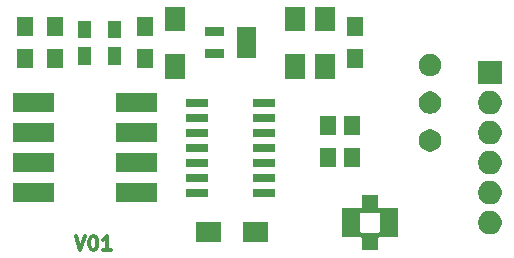
<source format=gbr>
G04 #@! TF.GenerationSoftware,KiCad,Pcbnew,(5.0.2)-1*
G04 #@! TF.CreationDate,2019-01-05T19:06:30+01:00*
G04 #@! TF.ProjectId,DrumMetter,4472756d-4d65-4747-9465-722e6b696361,01*
G04 #@! TF.SameCoordinates,Original*
G04 #@! TF.FileFunction,Soldermask,Top*
G04 #@! TF.FilePolarity,Negative*
%FSLAX46Y46*%
G04 Gerber Fmt 4.6, Leading zero omitted, Abs format (unit mm)*
G04 Created by KiCad (PCBNEW (5.0.2)-1) date 05.01.2019 19:06:30*
%MOMM*%
%LPD*%
G01*
G04 APERTURE LIST*
%ADD10C,0.300000*%
%ADD11C,0.100000*%
G04 APERTURE END LIST*
D10*
X146109142Y-93710857D02*
X146509142Y-94910857D01*
X146909142Y-93710857D01*
X147537714Y-93710857D02*
X147652000Y-93710857D01*
X147766285Y-93768000D01*
X147823428Y-93825142D01*
X147880571Y-93939428D01*
X147937714Y-94168000D01*
X147937714Y-94453714D01*
X147880571Y-94682285D01*
X147823428Y-94796571D01*
X147766285Y-94853714D01*
X147652000Y-94910857D01*
X147537714Y-94910857D01*
X147423428Y-94853714D01*
X147366285Y-94796571D01*
X147309142Y-94682285D01*
X147252000Y-94453714D01*
X147252000Y-94168000D01*
X147309142Y-93939428D01*
X147366285Y-93825142D01*
X147423428Y-93768000D01*
X147537714Y-93710857D01*
X149080571Y-94910857D02*
X148394857Y-94910857D01*
X148737714Y-94910857D02*
X148737714Y-93710857D01*
X148623428Y-93882285D01*
X148509142Y-93996571D01*
X148394857Y-94053714D01*
D11*
G36*
X171721000Y-91264000D02*
X171723402Y-91288386D01*
X171730515Y-91311835D01*
X171742066Y-91333446D01*
X171757612Y-91352388D01*
X171776554Y-91367934D01*
X171798165Y-91379485D01*
X171821614Y-91386598D01*
X171846000Y-91389000D01*
X173371000Y-91389000D01*
X173371000Y-93791000D01*
X171846000Y-93791000D01*
X171821614Y-93793402D01*
X171798165Y-93800515D01*
X171776554Y-93812066D01*
X171757612Y-93827612D01*
X171742066Y-93846554D01*
X171730515Y-93868165D01*
X171723402Y-93891614D01*
X171721000Y-93916000D01*
X171721000Y-94941000D01*
X170319000Y-94941000D01*
X170319000Y-93916000D01*
X170316598Y-93891614D01*
X170309485Y-93868165D01*
X170297934Y-93846554D01*
X170282388Y-93827612D01*
X170263446Y-93812066D01*
X170241835Y-93800515D01*
X170218386Y-93793402D01*
X170194000Y-93791000D01*
X168669000Y-93791000D01*
X168669000Y-91866000D01*
X170171000Y-91866000D01*
X170171000Y-93314000D01*
X170173402Y-93338386D01*
X170180515Y-93361835D01*
X170192066Y-93383446D01*
X170207612Y-93402388D01*
X170226554Y-93417934D01*
X170248165Y-93429485D01*
X170271614Y-93436598D01*
X170296000Y-93439000D01*
X171744000Y-93439000D01*
X171768386Y-93436598D01*
X171791835Y-93429485D01*
X171813446Y-93417934D01*
X171832388Y-93402388D01*
X171847934Y-93383446D01*
X171859485Y-93361835D01*
X171866598Y-93338386D01*
X171869000Y-93314000D01*
X171869000Y-91866000D01*
X171866598Y-91841614D01*
X171859485Y-91818165D01*
X171847934Y-91796554D01*
X171832388Y-91777612D01*
X171813446Y-91762066D01*
X171791835Y-91750515D01*
X171768386Y-91743402D01*
X171744000Y-91741000D01*
X170296000Y-91741000D01*
X170271614Y-91743402D01*
X170248165Y-91750515D01*
X170226554Y-91762066D01*
X170207612Y-91777612D01*
X170192066Y-91796554D01*
X170180515Y-91818165D01*
X170173402Y-91841614D01*
X170171000Y-91866000D01*
X168669000Y-91866000D01*
X168669000Y-91389000D01*
X170194000Y-91389000D01*
X170218386Y-91386598D01*
X170241835Y-91379485D01*
X170263446Y-91367934D01*
X170282388Y-91352388D01*
X170297934Y-91333446D01*
X170309485Y-91311835D01*
X170316598Y-91288386D01*
X170319000Y-91264000D01*
X170319000Y-90239000D01*
X171721000Y-90239000D01*
X171721000Y-91264000D01*
X171721000Y-91264000D01*
G37*
G36*
X162387000Y-94203000D02*
X160285000Y-94203000D01*
X160285000Y-92501000D01*
X162387000Y-92501000D01*
X162387000Y-94203000D01*
X162387000Y-94203000D01*
G37*
G36*
X158387000Y-94203000D02*
X156285000Y-94203000D01*
X156285000Y-92501000D01*
X158387000Y-92501000D01*
X158387000Y-94203000D01*
X158387000Y-94203000D01*
G37*
G36*
X181471981Y-91627468D02*
X181654150Y-91702925D01*
X181818103Y-91812475D01*
X181957525Y-91951897D01*
X182067075Y-92115850D01*
X182142532Y-92298019D01*
X182181000Y-92491410D01*
X182181000Y-92688590D01*
X182142532Y-92881981D01*
X182067075Y-93064150D01*
X181957525Y-93228103D01*
X181818103Y-93367525D01*
X181654150Y-93477075D01*
X181471981Y-93552532D01*
X181278590Y-93591000D01*
X181081410Y-93591000D01*
X180888019Y-93552532D01*
X180705850Y-93477075D01*
X180541897Y-93367525D01*
X180402475Y-93228103D01*
X180292925Y-93064150D01*
X180217468Y-92881981D01*
X180179000Y-92688590D01*
X180179000Y-92491410D01*
X180217468Y-92298019D01*
X180292925Y-92115850D01*
X180402475Y-91951897D01*
X180541897Y-91812475D01*
X180705850Y-91702925D01*
X180888019Y-91627468D01*
X181081410Y-91589000D01*
X181278590Y-91589000D01*
X181471981Y-91627468D01*
X181471981Y-91627468D01*
G37*
G36*
X181471981Y-89087468D02*
X181654150Y-89162925D01*
X181818103Y-89272475D01*
X181957525Y-89411897D01*
X182067075Y-89575850D01*
X182142532Y-89758019D01*
X182181000Y-89951410D01*
X182181000Y-90148590D01*
X182142532Y-90341981D01*
X182067075Y-90524150D01*
X181957525Y-90688103D01*
X181818103Y-90827525D01*
X181654150Y-90937075D01*
X181471981Y-91012532D01*
X181278590Y-91051000D01*
X181081410Y-91051000D01*
X180888019Y-91012532D01*
X180705850Y-90937075D01*
X180541897Y-90827525D01*
X180402475Y-90688103D01*
X180292925Y-90524150D01*
X180217468Y-90341981D01*
X180179000Y-90148590D01*
X180179000Y-89951410D01*
X180217468Y-89758019D01*
X180292925Y-89575850D01*
X180402475Y-89411897D01*
X180541897Y-89272475D01*
X180705850Y-89162925D01*
X180888019Y-89087468D01*
X181081410Y-89049000D01*
X181278590Y-89049000D01*
X181471981Y-89087468D01*
X181471981Y-89087468D01*
G37*
G36*
X152991000Y-90863000D02*
X149489000Y-90863000D01*
X149489000Y-89237000D01*
X152991000Y-89237000D01*
X152991000Y-90863000D01*
X152991000Y-90863000D01*
G37*
G36*
X144291000Y-90863000D02*
X140789000Y-90863000D01*
X140789000Y-89237000D01*
X144291000Y-89237000D01*
X144291000Y-90863000D01*
X144291000Y-90863000D01*
G37*
G36*
X157310000Y-90401000D02*
X155408000Y-90401000D01*
X155408000Y-89699000D01*
X157310000Y-89699000D01*
X157310000Y-90401000D01*
X157310000Y-90401000D01*
G37*
G36*
X163010000Y-90401000D02*
X161108000Y-90401000D01*
X161108000Y-89699000D01*
X163010000Y-89699000D01*
X163010000Y-90401000D01*
X163010000Y-90401000D01*
G37*
G36*
X163010000Y-89131000D02*
X161108000Y-89131000D01*
X161108000Y-88429000D01*
X163010000Y-88429000D01*
X163010000Y-89131000D01*
X163010000Y-89131000D01*
G37*
G36*
X157310000Y-89131000D02*
X155408000Y-89131000D01*
X155408000Y-88429000D01*
X157310000Y-88429000D01*
X157310000Y-89131000D01*
X157310000Y-89131000D01*
G37*
G36*
X181471981Y-86547468D02*
X181654150Y-86622925D01*
X181818103Y-86732475D01*
X181957525Y-86871897D01*
X182067075Y-87035850D01*
X182142532Y-87218019D01*
X182181000Y-87411410D01*
X182181000Y-87608590D01*
X182142532Y-87801981D01*
X182067075Y-87984150D01*
X181957525Y-88148103D01*
X181818103Y-88287525D01*
X181654150Y-88397075D01*
X181471981Y-88472532D01*
X181278590Y-88511000D01*
X181081410Y-88511000D01*
X180888019Y-88472532D01*
X180705850Y-88397075D01*
X180541897Y-88287525D01*
X180402475Y-88148103D01*
X180292925Y-87984150D01*
X180217468Y-87801981D01*
X180179000Y-87608590D01*
X180179000Y-87411410D01*
X180217468Y-87218019D01*
X180292925Y-87035850D01*
X180402475Y-86871897D01*
X180541897Y-86732475D01*
X180705850Y-86622925D01*
X180888019Y-86547468D01*
X181081410Y-86509000D01*
X181278590Y-86509000D01*
X181471981Y-86547468D01*
X181471981Y-86547468D01*
G37*
G36*
X144291000Y-88323000D02*
X140789000Y-88323000D01*
X140789000Y-86697000D01*
X144291000Y-86697000D01*
X144291000Y-88323000D01*
X144291000Y-88323000D01*
G37*
G36*
X152991000Y-88323000D02*
X149489000Y-88323000D01*
X149489000Y-86697000D01*
X152991000Y-86697000D01*
X152991000Y-88323000D01*
X152991000Y-88323000D01*
G37*
G36*
X170197000Y-87883000D02*
X168795000Y-87883000D01*
X168795000Y-86281000D01*
X170197000Y-86281000D01*
X170197000Y-87883000D01*
X170197000Y-87883000D01*
G37*
G36*
X168165000Y-87883000D02*
X166763000Y-87883000D01*
X166763000Y-86281000D01*
X168165000Y-86281000D01*
X168165000Y-87883000D01*
X168165000Y-87883000D01*
G37*
G36*
X163010000Y-87861000D02*
X161108000Y-87861000D01*
X161108000Y-87159000D01*
X163010000Y-87159000D01*
X163010000Y-87861000D01*
X163010000Y-87861000D01*
G37*
G36*
X157310000Y-87861000D02*
X155408000Y-87861000D01*
X155408000Y-87159000D01*
X157310000Y-87159000D01*
X157310000Y-87861000D01*
X157310000Y-87861000D01*
G37*
G36*
X163010000Y-86591000D02*
X161108000Y-86591000D01*
X161108000Y-85889000D01*
X163010000Y-85889000D01*
X163010000Y-86591000D01*
X163010000Y-86591000D01*
G37*
G36*
X157310000Y-86591000D02*
X155408000Y-86591000D01*
X155408000Y-85889000D01*
X157310000Y-85889000D01*
X157310000Y-86591000D01*
X157310000Y-86591000D01*
G37*
G36*
X176377396Y-84715546D02*
X176550466Y-84787234D01*
X176706230Y-84891312D01*
X176838688Y-85023770D01*
X176942766Y-85179534D01*
X177014454Y-85352604D01*
X177051000Y-85536333D01*
X177051000Y-85723667D01*
X177014454Y-85907396D01*
X176942766Y-86080466D01*
X176838688Y-86236230D01*
X176706230Y-86368688D01*
X176550466Y-86472766D01*
X176377396Y-86544454D01*
X176193667Y-86581000D01*
X176006333Y-86581000D01*
X175822604Y-86544454D01*
X175649534Y-86472766D01*
X175493770Y-86368688D01*
X175361312Y-86236230D01*
X175257234Y-86080466D01*
X175185546Y-85907396D01*
X175149000Y-85723667D01*
X175149000Y-85536333D01*
X175185546Y-85352604D01*
X175257234Y-85179534D01*
X175361312Y-85023770D01*
X175493770Y-84891312D01*
X175649534Y-84787234D01*
X175822604Y-84715546D01*
X176006333Y-84679000D01*
X176193667Y-84679000D01*
X176377396Y-84715546D01*
X176377396Y-84715546D01*
G37*
G36*
X181471981Y-84007468D02*
X181654150Y-84082925D01*
X181818103Y-84192475D01*
X181957525Y-84331897D01*
X182067075Y-84495850D01*
X182142532Y-84678019D01*
X182181000Y-84871410D01*
X182181000Y-85068590D01*
X182142532Y-85261981D01*
X182067075Y-85444150D01*
X181957525Y-85608103D01*
X181818103Y-85747525D01*
X181654150Y-85857075D01*
X181471981Y-85932532D01*
X181278590Y-85971000D01*
X181081410Y-85971000D01*
X180888019Y-85932532D01*
X180705850Y-85857075D01*
X180541897Y-85747525D01*
X180402475Y-85608103D01*
X180292925Y-85444150D01*
X180217468Y-85261981D01*
X180179000Y-85068590D01*
X180179000Y-84871410D01*
X180217468Y-84678019D01*
X180292925Y-84495850D01*
X180402475Y-84331897D01*
X180541897Y-84192475D01*
X180705850Y-84082925D01*
X180888019Y-84007468D01*
X181081410Y-83969000D01*
X181278590Y-83969000D01*
X181471981Y-84007468D01*
X181471981Y-84007468D01*
G37*
G36*
X144291000Y-85783000D02*
X140789000Y-85783000D01*
X140789000Y-84157000D01*
X144291000Y-84157000D01*
X144291000Y-85783000D01*
X144291000Y-85783000D01*
G37*
G36*
X152991000Y-85783000D02*
X149489000Y-85783000D01*
X149489000Y-84157000D01*
X152991000Y-84157000D01*
X152991000Y-85783000D01*
X152991000Y-85783000D01*
G37*
G36*
X163010000Y-85321000D02*
X161108000Y-85321000D01*
X161108000Y-84619000D01*
X163010000Y-84619000D01*
X163010000Y-85321000D01*
X163010000Y-85321000D01*
G37*
G36*
X157310000Y-85321000D02*
X155408000Y-85321000D01*
X155408000Y-84619000D01*
X157310000Y-84619000D01*
X157310000Y-85321000D01*
X157310000Y-85321000D01*
G37*
G36*
X170197000Y-85183000D02*
X168795000Y-85183000D01*
X168795000Y-83581000D01*
X170197000Y-83581000D01*
X170197000Y-85183000D01*
X170197000Y-85183000D01*
G37*
G36*
X168165000Y-85183000D02*
X166763000Y-85183000D01*
X166763000Y-83581000D01*
X168165000Y-83581000D01*
X168165000Y-85183000D01*
X168165000Y-85183000D01*
G37*
G36*
X157310000Y-84051000D02*
X155408000Y-84051000D01*
X155408000Y-83349000D01*
X157310000Y-83349000D01*
X157310000Y-84051000D01*
X157310000Y-84051000D01*
G37*
G36*
X163010000Y-84051000D02*
X161108000Y-84051000D01*
X161108000Y-83349000D01*
X163010000Y-83349000D01*
X163010000Y-84051000D01*
X163010000Y-84051000D01*
G37*
G36*
X181471981Y-81467468D02*
X181654150Y-81542925D01*
X181818103Y-81652475D01*
X181957525Y-81791897D01*
X182067075Y-81955850D01*
X182142532Y-82138019D01*
X182181000Y-82331410D01*
X182181000Y-82528590D01*
X182142532Y-82721981D01*
X182067075Y-82904150D01*
X181957525Y-83068103D01*
X181818103Y-83207525D01*
X181654150Y-83317075D01*
X181471981Y-83392532D01*
X181278590Y-83431000D01*
X181081410Y-83431000D01*
X180888019Y-83392532D01*
X180705850Y-83317075D01*
X180541897Y-83207525D01*
X180402475Y-83068103D01*
X180292925Y-82904150D01*
X180217468Y-82721981D01*
X180179000Y-82528590D01*
X180179000Y-82331410D01*
X180217468Y-82138019D01*
X180292925Y-81955850D01*
X180402475Y-81791897D01*
X180541897Y-81652475D01*
X180705850Y-81542925D01*
X180888019Y-81467468D01*
X181081410Y-81429000D01*
X181278590Y-81429000D01*
X181471981Y-81467468D01*
X181471981Y-81467468D01*
G37*
G36*
X176377396Y-81515546D02*
X176550466Y-81587234D01*
X176706230Y-81691312D01*
X176838688Y-81823770D01*
X176942766Y-81979534D01*
X177014454Y-82152604D01*
X177051000Y-82336333D01*
X177051000Y-82523667D01*
X177014454Y-82707396D01*
X176942766Y-82880466D01*
X176838688Y-83036230D01*
X176706230Y-83168688D01*
X176550466Y-83272766D01*
X176377396Y-83344454D01*
X176193667Y-83381000D01*
X176006333Y-83381000D01*
X175822604Y-83344454D01*
X175649534Y-83272766D01*
X175493770Y-83168688D01*
X175361312Y-83036230D01*
X175257234Y-82880466D01*
X175185546Y-82707396D01*
X175149000Y-82523667D01*
X175149000Y-82336333D01*
X175185546Y-82152604D01*
X175257234Y-81979534D01*
X175361312Y-81823770D01*
X175493770Y-81691312D01*
X175649534Y-81587234D01*
X175822604Y-81515546D01*
X176006333Y-81479000D01*
X176193667Y-81479000D01*
X176377396Y-81515546D01*
X176377396Y-81515546D01*
G37*
G36*
X144291000Y-83243000D02*
X140789000Y-83243000D01*
X140789000Y-81617000D01*
X144291000Y-81617000D01*
X144291000Y-83243000D01*
X144291000Y-83243000D01*
G37*
G36*
X152991000Y-83243000D02*
X149489000Y-83243000D01*
X149489000Y-81617000D01*
X152991000Y-81617000D01*
X152991000Y-83243000D01*
X152991000Y-83243000D01*
G37*
G36*
X157310000Y-82781000D02*
X155408000Y-82781000D01*
X155408000Y-82079000D01*
X157310000Y-82079000D01*
X157310000Y-82781000D01*
X157310000Y-82781000D01*
G37*
G36*
X163010000Y-82781000D02*
X161108000Y-82781000D01*
X161108000Y-82079000D01*
X163010000Y-82079000D01*
X163010000Y-82781000D01*
X163010000Y-82781000D01*
G37*
G36*
X182181000Y-80891000D02*
X180179000Y-80891000D01*
X180179000Y-78889000D01*
X182181000Y-78889000D01*
X182181000Y-80891000D01*
X182181000Y-80891000D01*
G37*
G36*
X168061000Y-80401000D02*
X166359000Y-80401000D01*
X166359000Y-78299000D01*
X168061000Y-78299000D01*
X168061000Y-80401000D01*
X168061000Y-80401000D01*
G37*
G36*
X165521000Y-80401000D02*
X163819000Y-80401000D01*
X163819000Y-78299000D01*
X165521000Y-78299000D01*
X165521000Y-80401000D01*
X165521000Y-80401000D01*
G37*
G36*
X155361000Y-80401000D02*
X153659000Y-80401000D01*
X153659000Y-78299000D01*
X155361000Y-78299000D01*
X155361000Y-80401000D01*
X155361000Y-80401000D01*
G37*
G36*
X176377396Y-78315546D02*
X176550466Y-78387234D01*
X176706230Y-78491312D01*
X176838688Y-78623770D01*
X176942766Y-78779534D01*
X177014454Y-78952604D01*
X177051000Y-79136333D01*
X177051000Y-79323667D01*
X177014454Y-79507396D01*
X176942766Y-79680466D01*
X176838688Y-79836230D01*
X176706230Y-79968688D01*
X176550466Y-80072766D01*
X176377396Y-80144454D01*
X176193667Y-80181000D01*
X176006333Y-80181000D01*
X175822604Y-80144454D01*
X175649534Y-80072766D01*
X175493770Y-79968688D01*
X175361312Y-79836230D01*
X175257234Y-79680466D01*
X175185546Y-79507396D01*
X175149000Y-79323667D01*
X175149000Y-79136333D01*
X175185546Y-78952604D01*
X175257234Y-78779534D01*
X175361312Y-78623770D01*
X175493770Y-78491312D01*
X175649534Y-78387234D01*
X175822604Y-78315546D01*
X176006333Y-78279000D01*
X176193667Y-78279000D01*
X176377396Y-78315546D01*
X176377396Y-78315546D01*
G37*
G36*
X170451000Y-79501000D02*
X169049000Y-79501000D01*
X169049000Y-77899000D01*
X170451000Y-77899000D01*
X170451000Y-79501000D01*
X170451000Y-79501000D01*
G37*
G36*
X142511000Y-79501000D02*
X141109000Y-79501000D01*
X141109000Y-77899000D01*
X142511000Y-77899000D01*
X142511000Y-79501000D01*
X142511000Y-79501000D01*
G37*
G36*
X145051000Y-79501000D02*
X143649000Y-79501000D01*
X143649000Y-77899000D01*
X145051000Y-77899000D01*
X145051000Y-79501000D01*
X145051000Y-79501000D01*
G37*
G36*
X152671000Y-79501000D02*
X151269000Y-79501000D01*
X151269000Y-77899000D01*
X152671000Y-77899000D01*
X152671000Y-79501000D01*
X152671000Y-79501000D01*
G37*
G36*
X149981000Y-79226000D02*
X148879000Y-79226000D01*
X148879000Y-77724000D01*
X149981000Y-77724000D01*
X149981000Y-79226000D01*
X149981000Y-79226000D01*
G37*
G36*
X147441000Y-79226000D02*
X146339000Y-79226000D01*
X146339000Y-77724000D01*
X147441000Y-77724000D01*
X147441000Y-79226000D01*
X147441000Y-79226000D01*
G37*
G36*
X161390000Y-78676000D02*
X159728000Y-78676000D01*
X159728000Y-76024000D01*
X161390000Y-76024000D01*
X161390000Y-78676000D01*
X161390000Y-78676000D01*
G37*
G36*
X158690000Y-78676000D02*
X157028000Y-78676000D01*
X157028000Y-77924000D01*
X158690000Y-77924000D01*
X158690000Y-78676000D01*
X158690000Y-78676000D01*
G37*
G36*
X147441000Y-76976000D02*
X146339000Y-76976000D01*
X146339000Y-75474000D01*
X147441000Y-75474000D01*
X147441000Y-76976000D01*
X147441000Y-76976000D01*
G37*
G36*
X149981000Y-76976000D02*
X148879000Y-76976000D01*
X148879000Y-75474000D01*
X149981000Y-75474000D01*
X149981000Y-76976000D01*
X149981000Y-76976000D01*
G37*
G36*
X142511000Y-76801000D02*
X141109000Y-76801000D01*
X141109000Y-75199000D01*
X142511000Y-75199000D01*
X142511000Y-76801000D01*
X142511000Y-76801000D01*
G37*
G36*
X170451000Y-76801000D02*
X169049000Y-76801000D01*
X169049000Y-75199000D01*
X170451000Y-75199000D01*
X170451000Y-76801000D01*
X170451000Y-76801000D01*
G37*
G36*
X145051000Y-76801000D02*
X143649000Y-76801000D01*
X143649000Y-75199000D01*
X145051000Y-75199000D01*
X145051000Y-76801000D01*
X145051000Y-76801000D01*
G37*
G36*
X152671000Y-76801000D02*
X151269000Y-76801000D01*
X151269000Y-75199000D01*
X152671000Y-75199000D01*
X152671000Y-76801000D01*
X152671000Y-76801000D01*
G37*
G36*
X158690000Y-76776000D02*
X157028000Y-76776000D01*
X157028000Y-76024000D01*
X158690000Y-76024000D01*
X158690000Y-76776000D01*
X158690000Y-76776000D01*
G37*
G36*
X155361000Y-76401000D02*
X153659000Y-76401000D01*
X153659000Y-74299000D01*
X155361000Y-74299000D01*
X155361000Y-76401000D01*
X155361000Y-76401000D01*
G37*
G36*
X165521000Y-76401000D02*
X163819000Y-76401000D01*
X163819000Y-74299000D01*
X165521000Y-74299000D01*
X165521000Y-76401000D01*
X165521000Y-76401000D01*
G37*
G36*
X168061000Y-76401000D02*
X166359000Y-76401000D01*
X166359000Y-74299000D01*
X168061000Y-74299000D01*
X168061000Y-76401000D01*
X168061000Y-76401000D01*
G37*
M02*

</source>
